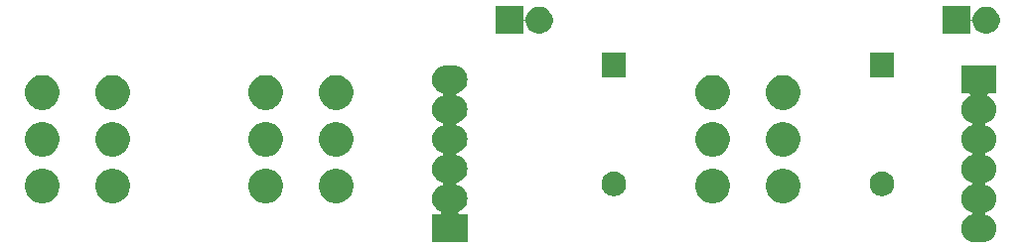
<source format=gbr>
G04 #@! TF.GenerationSoftware,KiCad,Pcbnew,(5.1.6-0-10_14)*
G04 #@! TF.CreationDate,2020-11-10T23:17:56+01:00*
G04 #@! TF.ProjectId,Switch Board,53776974-6368-4204-926f-6172642e6b69,1.0*
G04 #@! TF.SameCoordinates,Original*
G04 #@! TF.FileFunction,Soldermask,Bot*
G04 #@! TF.FilePolarity,Negative*
%FSLAX46Y46*%
G04 Gerber Fmt 4.6, Leading zero omitted, Abs format (unit mm)*
G04 Created by KiCad (PCBNEW (5.1.6-0-10_14)) date 2020-11-10 23:17:56*
%MOMM*%
%LPD*%
G01*
G04 APERTURE LIST*
%ADD10C,0.100000*%
G04 APERTURE END LIST*
D10*
G36*
X182475000Y-111690000D02*
G01*
X181812686Y-111690000D01*
X181788300Y-111692402D01*
X181764851Y-111699515D01*
X181743240Y-111711066D01*
X181724298Y-111726611D01*
X181708753Y-111745553D01*
X181697202Y-111767164D01*
X181690089Y-111790613D01*
X181687687Y-111814999D01*
X181690089Y-111839385D01*
X181697202Y-111862834D01*
X181708753Y-111884445D01*
X181724298Y-111903387D01*
X181743240Y-111918932D01*
X181753762Y-111925238D01*
X181944910Y-112027408D01*
X182127634Y-112177366D01*
X182277592Y-112360090D01*
X182389018Y-112568555D01*
X182389019Y-112568558D01*
X182457637Y-112794759D01*
X182480806Y-113030000D01*
X182457637Y-113265241D01*
X182389019Y-113491442D01*
X182389018Y-113491445D01*
X182277592Y-113699910D01*
X182127634Y-113882634D01*
X181944910Y-114032592D01*
X181736445Y-114144018D01*
X181736442Y-114144019D01*
X181616563Y-114180384D01*
X181593927Y-114189761D01*
X181573552Y-114203374D01*
X181556225Y-114220701D01*
X181542612Y-114241076D01*
X181533234Y-114263715D01*
X181528454Y-114287748D01*
X181528454Y-114312252D01*
X181533234Y-114336285D01*
X181542612Y-114358924D01*
X181556225Y-114379299D01*
X181573552Y-114396626D01*
X181593927Y-114410239D01*
X181616563Y-114419616D01*
X181736442Y-114455981D01*
X181736445Y-114455982D01*
X181944910Y-114567408D01*
X182127634Y-114717366D01*
X182277592Y-114900090D01*
X182389018Y-115108555D01*
X182389019Y-115108558D01*
X182457637Y-115334759D01*
X182480806Y-115570000D01*
X182457637Y-115805241D01*
X182398926Y-115998782D01*
X182389018Y-116031445D01*
X182277592Y-116239910D01*
X182127634Y-116422634D01*
X181944910Y-116572592D01*
X181736445Y-116684018D01*
X181736442Y-116684019D01*
X181616563Y-116720384D01*
X181593927Y-116729761D01*
X181573552Y-116743374D01*
X181556225Y-116760701D01*
X181542612Y-116781076D01*
X181533234Y-116803715D01*
X181528454Y-116827748D01*
X181528454Y-116852252D01*
X181533234Y-116876285D01*
X181542612Y-116898924D01*
X181556225Y-116919299D01*
X181573552Y-116936626D01*
X181593927Y-116950239D01*
X181616563Y-116959616D01*
X181736442Y-116995981D01*
X181736445Y-116995982D01*
X181944910Y-117107408D01*
X182127634Y-117257366D01*
X182277592Y-117440090D01*
X182389018Y-117648555D01*
X182389019Y-117648558D01*
X182457637Y-117874759D01*
X182480806Y-118110000D01*
X182457637Y-118345241D01*
X182391064Y-118564699D01*
X182389018Y-118571445D01*
X182277592Y-118779910D01*
X182127634Y-118962634D01*
X181944910Y-119112592D01*
X181736445Y-119224018D01*
X181736442Y-119224019D01*
X181616563Y-119260384D01*
X181593927Y-119269761D01*
X181573552Y-119283374D01*
X181556225Y-119300701D01*
X181542612Y-119321076D01*
X181533234Y-119343715D01*
X181528454Y-119367748D01*
X181528454Y-119392252D01*
X181533234Y-119416285D01*
X181542612Y-119438924D01*
X181556225Y-119459299D01*
X181573552Y-119476626D01*
X181593927Y-119490239D01*
X181616563Y-119499616D01*
X181736442Y-119535981D01*
X181736445Y-119535982D01*
X181944910Y-119647408D01*
X182127634Y-119797366D01*
X182277592Y-119980090D01*
X182389018Y-120188555D01*
X182389019Y-120188558D01*
X182457637Y-120414759D01*
X182480806Y-120650000D01*
X182457637Y-120885241D01*
X182389019Y-121111442D01*
X182389018Y-121111445D01*
X182277592Y-121319910D01*
X182127634Y-121502634D01*
X181944910Y-121652592D01*
X181736445Y-121764018D01*
X181736442Y-121764019D01*
X181616563Y-121800384D01*
X181593927Y-121809761D01*
X181573552Y-121823374D01*
X181556225Y-121840701D01*
X181542612Y-121861076D01*
X181533234Y-121883715D01*
X181528454Y-121907748D01*
X181528454Y-121932252D01*
X181533234Y-121956285D01*
X181542612Y-121978924D01*
X181556225Y-121999299D01*
X181573552Y-122016626D01*
X181593927Y-122030239D01*
X181616563Y-122039616D01*
X181736442Y-122075981D01*
X181736445Y-122075982D01*
X181944910Y-122187408D01*
X182127634Y-122337366D01*
X182277592Y-122520090D01*
X182389018Y-122728555D01*
X182389019Y-122728558D01*
X182457637Y-122954759D01*
X182480806Y-123190000D01*
X182457637Y-123425241D01*
X182389019Y-123651442D01*
X182389018Y-123651445D01*
X182277592Y-123859910D01*
X182127634Y-124042634D01*
X181944910Y-124192592D01*
X181736445Y-124304018D01*
X181736442Y-124304019D01*
X181510241Y-124372637D01*
X181392714Y-124384212D01*
X181333951Y-124390000D01*
X180616049Y-124390000D01*
X180557286Y-124384212D01*
X180439759Y-124372637D01*
X180213558Y-124304019D01*
X180213555Y-124304018D01*
X180005090Y-124192592D01*
X179822366Y-124042634D01*
X179672408Y-123859910D01*
X179560982Y-123651445D01*
X179560981Y-123651442D01*
X179492363Y-123425241D01*
X179469194Y-123190000D01*
X179492363Y-122954759D01*
X179560981Y-122728558D01*
X179560982Y-122728555D01*
X179672408Y-122520090D01*
X179822366Y-122337366D01*
X180005090Y-122187408D01*
X180213555Y-122075982D01*
X180213558Y-122075981D01*
X180333437Y-122039616D01*
X180356073Y-122030239D01*
X180376448Y-122016626D01*
X180393775Y-121999299D01*
X180407388Y-121978924D01*
X180416766Y-121956285D01*
X180421546Y-121932252D01*
X180421546Y-121907748D01*
X180416766Y-121883715D01*
X180407388Y-121861076D01*
X180393775Y-121840701D01*
X180376448Y-121823374D01*
X180356073Y-121809761D01*
X180333437Y-121800384D01*
X180213558Y-121764019D01*
X180213555Y-121764018D01*
X180005090Y-121652592D01*
X179822366Y-121502634D01*
X179672408Y-121319910D01*
X179560982Y-121111445D01*
X179560981Y-121111442D01*
X179492363Y-120885241D01*
X179469194Y-120650000D01*
X179492363Y-120414759D01*
X179560981Y-120188558D01*
X179560982Y-120188555D01*
X179672408Y-119980090D01*
X179822366Y-119797366D01*
X180005090Y-119647408D01*
X180213555Y-119535982D01*
X180213558Y-119535981D01*
X180333437Y-119499616D01*
X180356073Y-119490239D01*
X180376448Y-119476626D01*
X180393775Y-119459299D01*
X180407388Y-119438924D01*
X180416766Y-119416285D01*
X180421546Y-119392252D01*
X180421546Y-119367748D01*
X180416766Y-119343715D01*
X180407388Y-119321076D01*
X180393775Y-119300701D01*
X180376448Y-119283374D01*
X180356073Y-119269761D01*
X180333437Y-119260384D01*
X180213558Y-119224019D01*
X180213555Y-119224018D01*
X180005090Y-119112592D01*
X179822366Y-118962634D01*
X179672408Y-118779910D01*
X179560982Y-118571445D01*
X179558936Y-118564699D01*
X179492363Y-118345241D01*
X179469194Y-118110000D01*
X179492363Y-117874759D01*
X179560981Y-117648558D01*
X179560982Y-117648555D01*
X179672408Y-117440090D01*
X179822366Y-117257366D01*
X180005090Y-117107408D01*
X180213555Y-116995982D01*
X180213558Y-116995981D01*
X180333437Y-116959616D01*
X180356073Y-116950239D01*
X180376448Y-116936626D01*
X180393775Y-116919299D01*
X180407388Y-116898924D01*
X180416766Y-116876285D01*
X180421546Y-116852252D01*
X180421546Y-116827748D01*
X180416766Y-116803715D01*
X180407388Y-116781076D01*
X180393775Y-116760701D01*
X180376448Y-116743374D01*
X180356073Y-116729761D01*
X180333437Y-116720384D01*
X180213558Y-116684019D01*
X180213555Y-116684018D01*
X180005090Y-116572592D01*
X179822366Y-116422634D01*
X179672408Y-116239910D01*
X179560982Y-116031445D01*
X179551074Y-115998782D01*
X179492363Y-115805241D01*
X179469194Y-115570000D01*
X179492363Y-115334759D01*
X179560981Y-115108558D01*
X179560982Y-115108555D01*
X179672408Y-114900090D01*
X179822366Y-114717366D01*
X180005090Y-114567408D01*
X180213555Y-114455982D01*
X180213558Y-114455981D01*
X180333437Y-114419616D01*
X180356073Y-114410239D01*
X180376448Y-114396626D01*
X180393775Y-114379299D01*
X180407388Y-114358924D01*
X180416766Y-114336285D01*
X180421546Y-114312252D01*
X180421546Y-114287748D01*
X180416766Y-114263715D01*
X180407388Y-114241076D01*
X180393775Y-114220701D01*
X180376448Y-114203374D01*
X180356073Y-114189761D01*
X180333437Y-114180384D01*
X180213558Y-114144019D01*
X180213555Y-114144018D01*
X180005090Y-114032592D01*
X179822366Y-113882634D01*
X179672408Y-113699910D01*
X179560982Y-113491445D01*
X179560981Y-113491442D01*
X179492363Y-113265241D01*
X179469194Y-113030000D01*
X179492363Y-112794759D01*
X179560981Y-112568558D01*
X179560982Y-112568555D01*
X179672408Y-112360090D01*
X179822366Y-112177366D01*
X180005090Y-112027408D01*
X180196238Y-111925238D01*
X180216612Y-111911625D01*
X180233939Y-111894298D01*
X180247553Y-111873923D01*
X180256931Y-111851285D01*
X180261711Y-111827251D01*
X180261711Y-111802747D01*
X180256931Y-111778714D01*
X180247553Y-111756075D01*
X180233940Y-111735701D01*
X180216613Y-111718374D01*
X180196238Y-111704760D01*
X180173600Y-111695382D01*
X180149566Y-111690602D01*
X180137314Y-111690000D01*
X179475000Y-111690000D01*
X179475000Y-109290000D01*
X182475000Y-109290000D01*
X182475000Y-111690000D01*
G37*
G36*
X136307714Y-109295788D02*
G01*
X136425241Y-109307363D01*
X136651442Y-109375981D01*
X136651445Y-109375982D01*
X136859910Y-109487408D01*
X137042634Y-109637366D01*
X137192592Y-109820090D01*
X137304018Y-110028555D01*
X137304019Y-110028558D01*
X137372637Y-110254759D01*
X137395806Y-110490000D01*
X137372637Y-110725241D01*
X137304019Y-110951442D01*
X137304018Y-110951445D01*
X137192592Y-111159910D01*
X137042634Y-111342634D01*
X136859910Y-111492592D01*
X136651445Y-111604018D01*
X136651442Y-111604019D01*
X136531563Y-111640384D01*
X136508927Y-111649761D01*
X136488552Y-111663374D01*
X136471225Y-111680701D01*
X136457612Y-111701076D01*
X136448234Y-111723715D01*
X136443454Y-111747748D01*
X136443454Y-111772252D01*
X136448234Y-111796285D01*
X136457612Y-111818924D01*
X136471225Y-111839299D01*
X136488552Y-111856626D01*
X136508927Y-111870239D01*
X136531563Y-111879616D01*
X136637082Y-111911625D01*
X136651445Y-111915982D01*
X136859910Y-112027408D01*
X137042634Y-112177366D01*
X137192592Y-112360090D01*
X137304018Y-112568555D01*
X137304019Y-112568558D01*
X137372637Y-112794759D01*
X137395806Y-113030000D01*
X137372637Y-113265241D01*
X137304019Y-113491442D01*
X137304018Y-113491445D01*
X137192592Y-113699910D01*
X137042634Y-113882634D01*
X136859910Y-114032592D01*
X136651445Y-114144018D01*
X136651442Y-114144019D01*
X136531563Y-114180384D01*
X136508927Y-114189761D01*
X136488552Y-114203374D01*
X136471225Y-114220701D01*
X136457612Y-114241076D01*
X136448234Y-114263715D01*
X136443454Y-114287748D01*
X136443454Y-114312252D01*
X136448234Y-114336285D01*
X136457612Y-114358924D01*
X136471225Y-114379299D01*
X136488552Y-114396626D01*
X136508927Y-114410239D01*
X136531563Y-114419616D01*
X136651442Y-114455981D01*
X136651445Y-114455982D01*
X136859910Y-114567408D01*
X137042634Y-114717366D01*
X137192592Y-114900090D01*
X137304018Y-115108555D01*
X137304019Y-115108558D01*
X137372637Y-115334759D01*
X137395806Y-115570000D01*
X137372637Y-115805241D01*
X137313926Y-115998782D01*
X137304018Y-116031445D01*
X137192592Y-116239910D01*
X137042634Y-116422634D01*
X136859910Y-116572592D01*
X136651445Y-116684018D01*
X136651442Y-116684019D01*
X136531563Y-116720384D01*
X136508927Y-116729761D01*
X136488552Y-116743374D01*
X136471225Y-116760701D01*
X136457612Y-116781076D01*
X136448234Y-116803715D01*
X136443454Y-116827748D01*
X136443454Y-116852252D01*
X136448234Y-116876285D01*
X136457612Y-116898924D01*
X136471225Y-116919299D01*
X136488552Y-116936626D01*
X136508927Y-116950239D01*
X136531563Y-116959616D01*
X136651442Y-116995981D01*
X136651445Y-116995982D01*
X136859910Y-117107408D01*
X137042634Y-117257366D01*
X137192592Y-117440090D01*
X137304018Y-117648555D01*
X137304019Y-117648558D01*
X137372637Y-117874759D01*
X137395806Y-118110000D01*
X137372637Y-118345241D01*
X137306064Y-118564699D01*
X137304018Y-118571445D01*
X137192592Y-118779910D01*
X137042634Y-118962634D01*
X136859910Y-119112592D01*
X136651445Y-119224018D01*
X136651442Y-119224019D01*
X136531563Y-119260384D01*
X136508927Y-119269761D01*
X136488552Y-119283374D01*
X136471225Y-119300701D01*
X136457612Y-119321076D01*
X136448234Y-119343715D01*
X136443454Y-119367748D01*
X136443454Y-119392252D01*
X136448234Y-119416285D01*
X136457612Y-119438924D01*
X136471225Y-119459299D01*
X136488552Y-119476626D01*
X136508927Y-119490239D01*
X136531563Y-119499616D01*
X136651442Y-119535981D01*
X136651445Y-119535982D01*
X136859910Y-119647408D01*
X137042634Y-119797366D01*
X137192592Y-119980090D01*
X137304018Y-120188555D01*
X137304019Y-120188558D01*
X137372637Y-120414759D01*
X137395806Y-120650000D01*
X137372637Y-120885241D01*
X137304019Y-121111442D01*
X137304018Y-121111445D01*
X137192592Y-121319910D01*
X137042634Y-121502634D01*
X136859910Y-121652592D01*
X136668762Y-121754762D01*
X136648388Y-121768375D01*
X136631061Y-121785702D01*
X136617447Y-121806077D01*
X136608069Y-121828715D01*
X136603289Y-121852749D01*
X136603289Y-121877253D01*
X136608069Y-121901286D01*
X136617447Y-121923925D01*
X136631060Y-121944299D01*
X136648387Y-121961626D01*
X136668762Y-121975240D01*
X136691400Y-121984618D01*
X136715434Y-121989398D01*
X136727686Y-121990000D01*
X137390000Y-121990000D01*
X137390000Y-124390000D01*
X134390000Y-124390000D01*
X134390000Y-121990000D01*
X135052314Y-121990000D01*
X135076700Y-121987598D01*
X135100149Y-121980485D01*
X135121760Y-121968934D01*
X135140702Y-121953389D01*
X135156247Y-121934447D01*
X135167798Y-121912836D01*
X135174911Y-121889387D01*
X135177313Y-121865001D01*
X135174911Y-121840615D01*
X135167798Y-121817166D01*
X135156247Y-121795555D01*
X135140702Y-121776613D01*
X135121760Y-121761068D01*
X135111238Y-121754762D01*
X134920090Y-121652592D01*
X134737366Y-121502634D01*
X134587408Y-121319910D01*
X134475982Y-121111445D01*
X134475981Y-121111442D01*
X134407363Y-120885241D01*
X134384194Y-120650000D01*
X134407363Y-120414759D01*
X134475981Y-120188558D01*
X134475982Y-120188555D01*
X134587408Y-119980090D01*
X134737366Y-119797366D01*
X134920090Y-119647408D01*
X135128555Y-119535982D01*
X135128558Y-119535981D01*
X135248437Y-119499616D01*
X135271073Y-119490239D01*
X135291448Y-119476626D01*
X135308775Y-119459299D01*
X135322388Y-119438924D01*
X135331766Y-119416285D01*
X135336546Y-119392252D01*
X135336546Y-119367748D01*
X135331766Y-119343715D01*
X135322388Y-119321076D01*
X135308775Y-119300701D01*
X135291448Y-119283374D01*
X135271073Y-119269761D01*
X135248437Y-119260384D01*
X135128558Y-119224019D01*
X135128555Y-119224018D01*
X134920090Y-119112592D01*
X134737366Y-118962634D01*
X134587408Y-118779910D01*
X134475982Y-118571445D01*
X134473936Y-118564699D01*
X134407363Y-118345241D01*
X134384194Y-118110000D01*
X134407363Y-117874759D01*
X134475981Y-117648558D01*
X134475982Y-117648555D01*
X134587408Y-117440090D01*
X134737366Y-117257366D01*
X134920090Y-117107408D01*
X135128555Y-116995982D01*
X135128558Y-116995981D01*
X135248437Y-116959616D01*
X135271073Y-116950239D01*
X135291448Y-116936626D01*
X135308775Y-116919299D01*
X135322388Y-116898924D01*
X135331766Y-116876285D01*
X135336546Y-116852252D01*
X135336546Y-116827748D01*
X135331766Y-116803715D01*
X135322388Y-116781076D01*
X135308775Y-116760701D01*
X135291448Y-116743374D01*
X135271073Y-116729761D01*
X135248437Y-116720384D01*
X135128558Y-116684019D01*
X135128555Y-116684018D01*
X134920090Y-116572592D01*
X134737366Y-116422634D01*
X134587408Y-116239910D01*
X134475982Y-116031445D01*
X134466074Y-115998782D01*
X134407363Y-115805241D01*
X134384194Y-115570000D01*
X134407363Y-115334759D01*
X134475981Y-115108558D01*
X134475982Y-115108555D01*
X134587408Y-114900090D01*
X134737366Y-114717366D01*
X134920090Y-114567408D01*
X135128555Y-114455982D01*
X135128558Y-114455981D01*
X135248437Y-114419616D01*
X135271073Y-114410239D01*
X135291448Y-114396626D01*
X135308775Y-114379299D01*
X135322388Y-114358924D01*
X135331766Y-114336285D01*
X135336546Y-114312252D01*
X135336546Y-114287748D01*
X135331766Y-114263715D01*
X135322388Y-114241076D01*
X135308775Y-114220701D01*
X135291448Y-114203374D01*
X135271073Y-114189761D01*
X135248437Y-114180384D01*
X135128558Y-114144019D01*
X135128555Y-114144018D01*
X134920090Y-114032592D01*
X134737366Y-113882634D01*
X134587408Y-113699910D01*
X134475982Y-113491445D01*
X134475981Y-113491442D01*
X134407363Y-113265241D01*
X134384194Y-113030000D01*
X134407363Y-112794759D01*
X134475981Y-112568558D01*
X134475982Y-112568555D01*
X134587408Y-112360090D01*
X134737366Y-112177366D01*
X134920090Y-112027408D01*
X135128555Y-111915982D01*
X135142918Y-111911625D01*
X135248437Y-111879616D01*
X135271073Y-111870239D01*
X135291448Y-111856626D01*
X135308775Y-111839299D01*
X135322388Y-111818924D01*
X135331766Y-111796285D01*
X135336546Y-111772252D01*
X135336546Y-111747748D01*
X135331766Y-111723715D01*
X135322388Y-111701076D01*
X135308775Y-111680701D01*
X135291448Y-111663374D01*
X135271073Y-111649761D01*
X135248437Y-111640384D01*
X135128558Y-111604019D01*
X135128555Y-111604018D01*
X134920090Y-111492592D01*
X134737366Y-111342634D01*
X134587408Y-111159910D01*
X134475982Y-110951445D01*
X134475981Y-110951442D01*
X134407363Y-110725241D01*
X134384194Y-110490000D01*
X134407363Y-110254759D01*
X134475981Y-110028558D01*
X134475982Y-110028555D01*
X134587408Y-109820090D01*
X134737366Y-109637366D01*
X134920090Y-109487408D01*
X135128555Y-109375982D01*
X135128558Y-109375981D01*
X135354759Y-109307363D01*
X135472286Y-109295788D01*
X135531049Y-109290000D01*
X136248951Y-109290000D01*
X136307714Y-109295788D01*
G37*
G36*
X107565982Y-118144290D02*
G01*
X107833505Y-118255102D01*
X107833506Y-118255103D01*
X108074271Y-118415976D01*
X108279024Y-118620729D01*
X108339274Y-118710900D01*
X108439898Y-118861495D01*
X108550710Y-119129018D01*
X108607200Y-119413016D01*
X108607200Y-119702584D01*
X108550710Y-119986582D01*
X108439898Y-120254105D01*
X108386516Y-120333997D01*
X108279024Y-120494871D01*
X108074271Y-120699624D01*
X107913397Y-120807116D01*
X107833505Y-120860498D01*
X107565982Y-120971310D01*
X107281984Y-121027800D01*
X106992416Y-121027800D01*
X106708418Y-120971310D01*
X106440895Y-120860498D01*
X106361003Y-120807116D01*
X106200129Y-120699624D01*
X105995376Y-120494871D01*
X105887884Y-120333997D01*
X105834502Y-120254105D01*
X105723690Y-119986582D01*
X105667200Y-119702584D01*
X105667200Y-119413016D01*
X105723690Y-119129018D01*
X105834502Y-118861495D01*
X105935126Y-118710900D01*
X105995376Y-118620729D01*
X106200129Y-118415976D01*
X106440894Y-118255103D01*
X106440895Y-118255102D01*
X106708418Y-118144290D01*
X106992416Y-118087800D01*
X107281984Y-118087800D01*
X107565982Y-118144290D01*
G37*
G36*
X101571582Y-118144290D02*
G01*
X101839105Y-118255102D01*
X101839106Y-118255103D01*
X102079871Y-118415976D01*
X102284624Y-118620729D01*
X102344874Y-118710900D01*
X102445498Y-118861495D01*
X102556310Y-119129018D01*
X102612800Y-119413016D01*
X102612800Y-119702584D01*
X102556310Y-119986582D01*
X102445498Y-120254105D01*
X102392116Y-120333997D01*
X102284624Y-120494871D01*
X102079871Y-120699624D01*
X101918997Y-120807116D01*
X101839105Y-120860498D01*
X101571582Y-120971310D01*
X101287584Y-121027800D01*
X100998016Y-121027800D01*
X100714018Y-120971310D01*
X100446495Y-120860498D01*
X100366603Y-120807116D01*
X100205729Y-120699624D01*
X100000976Y-120494871D01*
X99893484Y-120333997D01*
X99840102Y-120254105D01*
X99729290Y-119986582D01*
X99672800Y-119702584D01*
X99672800Y-119413016D01*
X99729290Y-119129018D01*
X99840102Y-118861495D01*
X99940726Y-118710900D01*
X100000976Y-118620729D01*
X100205729Y-118415976D01*
X100446494Y-118255103D01*
X100446495Y-118255102D01*
X100714018Y-118144290D01*
X100998016Y-118087800D01*
X101287584Y-118087800D01*
X101571582Y-118144290D01*
G37*
G36*
X158721582Y-118144290D02*
G01*
X158989105Y-118255102D01*
X158989106Y-118255103D01*
X159229871Y-118415976D01*
X159434624Y-118620729D01*
X159494874Y-118710900D01*
X159595498Y-118861495D01*
X159706310Y-119129018D01*
X159762800Y-119413016D01*
X159762800Y-119702584D01*
X159706310Y-119986582D01*
X159595498Y-120254105D01*
X159542116Y-120333997D01*
X159434624Y-120494871D01*
X159229871Y-120699624D01*
X159068997Y-120807116D01*
X158989105Y-120860498D01*
X158721582Y-120971310D01*
X158437584Y-121027800D01*
X158148016Y-121027800D01*
X157864018Y-120971310D01*
X157596495Y-120860498D01*
X157516603Y-120807116D01*
X157355729Y-120699624D01*
X157150976Y-120494871D01*
X157043484Y-120333997D01*
X156990102Y-120254105D01*
X156879290Y-119986582D01*
X156822800Y-119702584D01*
X156822800Y-119413016D01*
X156879290Y-119129018D01*
X156990102Y-118861495D01*
X157090726Y-118710900D01*
X157150976Y-118620729D01*
X157355729Y-118415976D01*
X157596494Y-118255103D01*
X157596495Y-118255102D01*
X157864018Y-118144290D01*
X158148016Y-118087800D01*
X158437584Y-118087800D01*
X158721582Y-118144290D01*
G37*
G36*
X126615982Y-118144290D02*
G01*
X126883505Y-118255102D01*
X126883506Y-118255103D01*
X127124271Y-118415976D01*
X127329024Y-118620729D01*
X127389274Y-118710900D01*
X127489898Y-118861495D01*
X127600710Y-119129018D01*
X127657200Y-119413016D01*
X127657200Y-119702584D01*
X127600710Y-119986582D01*
X127489898Y-120254105D01*
X127436516Y-120333997D01*
X127329024Y-120494871D01*
X127124271Y-120699624D01*
X126963397Y-120807116D01*
X126883505Y-120860498D01*
X126615982Y-120971310D01*
X126331984Y-121027800D01*
X126042416Y-121027800D01*
X125758418Y-120971310D01*
X125490895Y-120860498D01*
X125411003Y-120807116D01*
X125250129Y-120699624D01*
X125045376Y-120494871D01*
X124937884Y-120333997D01*
X124884502Y-120254105D01*
X124773690Y-119986582D01*
X124717200Y-119702584D01*
X124717200Y-119413016D01*
X124773690Y-119129018D01*
X124884502Y-118861495D01*
X124985126Y-118710900D01*
X125045376Y-118620729D01*
X125250129Y-118415976D01*
X125490894Y-118255103D01*
X125490895Y-118255102D01*
X125758418Y-118144290D01*
X126042416Y-118087800D01*
X126331984Y-118087800D01*
X126615982Y-118144290D01*
G37*
G36*
X120621582Y-118144290D02*
G01*
X120889105Y-118255102D01*
X120889106Y-118255103D01*
X121129871Y-118415976D01*
X121334624Y-118620729D01*
X121394874Y-118710900D01*
X121495498Y-118861495D01*
X121606310Y-119129018D01*
X121662800Y-119413016D01*
X121662800Y-119702584D01*
X121606310Y-119986582D01*
X121495498Y-120254105D01*
X121442116Y-120333997D01*
X121334624Y-120494871D01*
X121129871Y-120699624D01*
X120968997Y-120807116D01*
X120889105Y-120860498D01*
X120621582Y-120971310D01*
X120337584Y-121027800D01*
X120048016Y-121027800D01*
X119764018Y-120971310D01*
X119496495Y-120860498D01*
X119416603Y-120807116D01*
X119255729Y-120699624D01*
X119050976Y-120494871D01*
X118943484Y-120333997D01*
X118890102Y-120254105D01*
X118779290Y-119986582D01*
X118722800Y-119702584D01*
X118722800Y-119413016D01*
X118779290Y-119129018D01*
X118890102Y-118861495D01*
X118990726Y-118710900D01*
X119050976Y-118620729D01*
X119255729Y-118415976D01*
X119496494Y-118255103D01*
X119496495Y-118255102D01*
X119764018Y-118144290D01*
X120048016Y-118087800D01*
X120337584Y-118087800D01*
X120621582Y-118144290D01*
G37*
G36*
X164715982Y-118144290D02*
G01*
X164983505Y-118255102D01*
X164983506Y-118255103D01*
X165224271Y-118415976D01*
X165429024Y-118620729D01*
X165489274Y-118710900D01*
X165589898Y-118861495D01*
X165700710Y-119129018D01*
X165757200Y-119413016D01*
X165757200Y-119702584D01*
X165700710Y-119986582D01*
X165589898Y-120254105D01*
X165536516Y-120333997D01*
X165429024Y-120494871D01*
X165224271Y-120699624D01*
X165063397Y-120807116D01*
X164983505Y-120860498D01*
X164715982Y-120971310D01*
X164431984Y-121027800D01*
X164142416Y-121027800D01*
X163858418Y-120971310D01*
X163590895Y-120860498D01*
X163511003Y-120807116D01*
X163350129Y-120699624D01*
X163145376Y-120494871D01*
X163037884Y-120333997D01*
X162984502Y-120254105D01*
X162873690Y-119986582D01*
X162817200Y-119702584D01*
X162817200Y-119413016D01*
X162873690Y-119129018D01*
X162984502Y-118861495D01*
X163085126Y-118710900D01*
X163145376Y-118620729D01*
X163350129Y-118415976D01*
X163590894Y-118255103D01*
X163590895Y-118255102D01*
X163858418Y-118144290D01*
X164142416Y-118087800D01*
X164431984Y-118087800D01*
X164715982Y-118144290D01*
G37*
G36*
X150037910Y-118345239D02*
G01*
X150173786Y-118372266D01*
X150252909Y-118405040D01*
X150364805Y-118451389D01*
X150536720Y-118566259D01*
X150682921Y-118712460D01*
X150797791Y-118884375D01*
X150830207Y-118962634D01*
X150876268Y-119073834D01*
X150876914Y-119075395D01*
X150917250Y-119278179D01*
X150917250Y-119484941D01*
X150907097Y-119535982D01*
X150876914Y-119687726D01*
X150844140Y-119766849D01*
X150797791Y-119878745D01*
X150682921Y-120050660D01*
X150536720Y-120196861D01*
X150364805Y-120311731D01*
X150252909Y-120358080D01*
X150173786Y-120390854D01*
X150072393Y-120411022D01*
X149971001Y-120431190D01*
X149764239Y-120431190D01*
X149662847Y-120411022D01*
X149561454Y-120390854D01*
X149482331Y-120358080D01*
X149370435Y-120311731D01*
X149198520Y-120196861D01*
X149052319Y-120050660D01*
X148937449Y-119878745D01*
X148891100Y-119766849D01*
X148858326Y-119687726D01*
X148828143Y-119535982D01*
X148817990Y-119484941D01*
X148817990Y-119278179D01*
X148858326Y-119075395D01*
X148858973Y-119073834D01*
X148905033Y-118962634D01*
X148937449Y-118884375D01*
X149052319Y-118712460D01*
X149198520Y-118566259D01*
X149370435Y-118451389D01*
X149482331Y-118405040D01*
X149561454Y-118372266D01*
X149697330Y-118345239D01*
X149764239Y-118331930D01*
X149971001Y-118331930D01*
X150037910Y-118345239D01*
G37*
G36*
X172898133Y-118345239D02*
G01*
X173026166Y-118370706D01*
X173105289Y-118403480D01*
X173217185Y-118449829D01*
X173389100Y-118564699D01*
X173535301Y-118710900D01*
X173650171Y-118882815D01*
X173650817Y-118884375D01*
X173729294Y-119073834D01*
X173769630Y-119276620D01*
X173769630Y-119483380D01*
X173729294Y-119686166D01*
X173722494Y-119702582D01*
X173650171Y-119877185D01*
X173535301Y-120049100D01*
X173389100Y-120195301D01*
X173217185Y-120310171D01*
X173105289Y-120356520D01*
X173026166Y-120389294D01*
X172924773Y-120409462D01*
X172823381Y-120429630D01*
X172616619Y-120429630D01*
X172515227Y-120409462D01*
X172413834Y-120389294D01*
X172334711Y-120356520D01*
X172222815Y-120310171D01*
X172050900Y-120195301D01*
X171904699Y-120049100D01*
X171789829Y-119877185D01*
X171717506Y-119702582D01*
X171710706Y-119686166D01*
X171670370Y-119483380D01*
X171670370Y-119276620D01*
X171710706Y-119073834D01*
X171789183Y-118884375D01*
X171789829Y-118882815D01*
X171904699Y-118710900D01*
X172050900Y-118564699D01*
X172222815Y-118449829D01*
X172334711Y-118403480D01*
X172413834Y-118370706D01*
X172541867Y-118345239D01*
X172616619Y-118330370D01*
X172823381Y-118330370D01*
X172898133Y-118345239D01*
G37*
G36*
X101571582Y-114156490D02*
G01*
X101839105Y-114267302D01*
X101906377Y-114312252D01*
X102079871Y-114428176D01*
X102284624Y-114632929D01*
X102392116Y-114793803D01*
X102445498Y-114873695D01*
X102556310Y-115141218D01*
X102612800Y-115425216D01*
X102612800Y-115714784D01*
X102556310Y-115998782D01*
X102445498Y-116266305D01*
X102445497Y-116266306D01*
X102284624Y-116507071D01*
X102079871Y-116711824D01*
X101918997Y-116819316D01*
X101839105Y-116872698D01*
X101571582Y-116983510D01*
X101287584Y-117040000D01*
X100998016Y-117040000D01*
X100714018Y-116983510D01*
X100446495Y-116872698D01*
X100366603Y-116819316D01*
X100205729Y-116711824D01*
X100000976Y-116507071D01*
X99840103Y-116266306D01*
X99840102Y-116266305D01*
X99729290Y-115998782D01*
X99672800Y-115714784D01*
X99672800Y-115425216D01*
X99729290Y-115141218D01*
X99840102Y-114873695D01*
X99893484Y-114793803D01*
X100000976Y-114632929D01*
X100205729Y-114428176D01*
X100379223Y-114312252D01*
X100446495Y-114267302D01*
X100714018Y-114156490D01*
X100998016Y-114100000D01*
X101287584Y-114100000D01*
X101571582Y-114156490D01*
G37*
G36*
X126615982Y-114156490D02*
G01*
X126883505Y-114267302D01*
X126950777Y-114312252D01*
X127124271Y-114428176D01*
X127329024Y-114632929D01*
X127436516Y-114793803D01*
X127489898Y-114873695D01*
X127600710Y-115141218D01*
X127657200Y-115425216D01*
X127657200Y-115714784D01*
X127600710Y-115998782D01*
X127489898Y-116266305D01*
X127489897Y-116266306D01*
X127329024Y-116507071D01*
X127124271Y-116711824D01*
X126963397Y-116819316D01*
X126883505Y-116872698D01*
X126615982Y-116983510D01*
X126331984Y-117040000D01*
X126042416Y-117040000D01*
X125758418Y-116983510D01*
X125490895Y-116872698D01*
X125411003Y-116819316D01*
X125250129Y-116711824D01*
X125045376Y-116507071D01*
X124884503Y-116266306D01*
X124884502Y-116266305D01*
X124773690Y-115998782D01*
X124717200Y-115714784D01*
X124717200Y-115425216D01*
X124773690Y-115141218D01*
X124884502Y-114873695D01*
X124937884Y-114793803D01*
X125045376Y-114632929D01*
X125250129Y-114428176D01*
X125423623Y-114312252D01*
X125490895Y-114267302D01*
X125758418Y-114156490D01*
X126042416Y-114100000D01*
X126331984Y-114100000D01*
X126615982Y-114156490D01*
G37*
G36*
X107565982Y-114156490D02*
G01*
X107833505Y-114267302D01*
X107900777Y-114312252D01*
X108074271Y-114428176D01*
X108279024Y-114632929D01*
X108386516Y-114793803D01*
X108439898Y-114873695D01*
X108550710Y-115141218D01*
X108607200Y-115425216D01*
X108607200Y-115714784D01*
X108550710Y-115998782D01*
X108439898Y-116266305D01*
X108439897Y-116266306D01*
X108279024Y-116507071D01*
X108074271Y-116711824D01*
X107913397Y-116819316D01*
X107833505Y-116872698D01*
X107565982Y-116983510D01*
X107281984Y-117040000D01*
X106992416Y-117040000D01*
X106708418Y-116983510D01*
X106440895Y-116872698D01*
X106361003Y-116819316D01*
X106200129Y-116711824D01*
X105995376Y-116507071D01*
X105834503Y-116266306D01*
X105834502Y-116266305D01*
X105723690Y-115998782D01*
X105667200Y-115714784D01*
X105667200Y-115425216D01*
X105723690Y-115141218D01*
X105834502Y-114873695D01*
X105887884Y-114793803D01*
X105995376Y-114632929D01*
X106200129Y-114428176D01*
X106373623Y-114312252D01*
X106440895Y-114267302D01*
X106708418Y-114156490D01*
X106992416Y-114100000D01*
X107281984Y-114100000D01*
X107565982Y-114156490D01*
G37*
G36*
X120621582Y-114156490D02*
G01*
X120889105Y-114267302D01*
X120956377Y-114312252D01*
X121129871Y-114428176D01*
X121334624Y-114632929D01*
X121442116Y-114793803D01*
X121495498Y-114873695D01*
X121606310Y-115141218D01*
X121662800Y-115425216D01*
X121662800Y-115714784D01*
X121606310Y-115998782D01*
X121495498Y-116266305D01*
X121495497Y-116266306D01*
X121334624Y-116507071D01*
X121129871Y-116711824D01*
X120968997Y-116819316D01*
X120889105Y-116872698D01*
X120621582Y-116983510D01*
X120337584Y-117040000D01*
X120048016Y-117040000D01*
X119764018Y-116983510D01*
X119496495Y-116872698D01*
X119416603Y-116819316D01*
X119255729Y-116711824D01*
X119050976Y-116507071D01*
X118890103Y-116266306D01*
X118890102Y-116266305D01*
X118779290Y-115998782D01*
X118722800Y-115714784D01*
X118722800Y-115425216D01*
X118779290Y-115141218D01*
X118890102Y-114873695D01*
X118943484Y-114793803D01*
X119050976Y-114632929D01*
X119255729Y-114428176D01*
X119429223Y-114312252D01*
X119496495Y-114267302D01*
X119764018Y-114156490D01*
X120048016Y-114100000D01*
X120337584Y-114100000D01*
X120621582Y-114156490D01*
G37*
G36*
X164715982Y-114156490D02*
G01*
X164983505Y-114267302D01*
X165050777Y-114312252D01*
X165224271Y-114428176D01*
X165429024Y-114632929D01*
X165536516Y-114793803D01*
X165589898Y-114873695D01*
X165700710Y-115141218D01*
X165757200Y-115425216D01*
X165757200Y-115714784D01*
X165700710Y-115998782D01*
X165589898Y-116266305D01*
X165589897Y-116266306D01*
X165429024Y-116507071D01*
X165224271Y-116711824D01*
X165063397Y-116819316D01*
X164983505Y-116872698D01*
X164715982Y-116983510D01*
X164431984Y-117040000D01*
X164142416Y-117040000D01*
X163858418Y-116983510D01*
X163590895Y-116872698D01*
X163511003Y-116819316D01*
X163350129Y-116711824D01*
X163145376Y-116507071D01*
X162984503Y-116266306D01*
X162984502Y-116266305D01*
X162873690Y-115998782D01*
X162817200Y-115714784D01*
X162817200Y-115425216D01*
X162873690Y-115141218D01*
X162984502Y-114873695D01*
X163037884Y-114793803D01*
X163145376Y-114632929D01*
X163350129Y-114428176D01*
X163523623Y-114312252D01*
X163590895Y-114267302D01*
X163858418Y-114156490D01*
X164142416Y-114100000D01*
X164431984Y-114100000D01*
X164715982Y-114156490D01*
G37*
G36*
X158721582Y-114156490D02*
G01*
X158989105Y-114267302D01*
X159056377Y-114312252D01*
X159229871Y-114428176D01*
X159434624Y-114632929D01*
X159542116Y-114793803D01*
X159595498Y-114873695D01*
X159706310Y-115141218D01*
X159762800Y-115425216D01*
X159762800Y-115714784D01*
X159706310Y-115998782D01*
X159595498Y-116266305D01*
X159595497Y-116266306D01*
X159434624Y-116507071D01*
X159229871Y-116711824D01*
X159068997Y-116819316D01*
X158989105Y-116872698D01*
X158721582Y-116983510D01*
X158437584Y-117040000D01*
X158148016Y-117040000D01*
X157864018Y-116983510D01*
X157596495Y-116872698D01*
X157516603Y-116819316D01*
X157355729Y-116711824D01*
X157150976Y-116507071D01*
X156990103Y-116266306D01*
X156990102Y-116266305D01*
X156879290Y-115998782D01*
X156822800Y-115714784D01*
X156822800Y-115425216D01*
X156879290Y-115141218D01*
X156990102Y-114873695D01*
X157043484Y-114793803D01*
X157150976Y-114632929D01*
X157355729Y-114428176D01*
X157529223Y-114312252D01*
X157596495Y-114267302D01*
X157864018Y-114156490D01*
X158148016Y-114100000D01*
X158437584Y-114100000D01*
X158721582Y-114156490D01*
G37*
G36*
X107565982Y-110168690D02*
G01*
X107833505Y-110279502D01*
X107833506Y-110279503D01*
X108074271Y-110440376D01*
X108279024Y-110645129D01*
X108386516Y-110806003D01*
X108439898Y-110885895D01*
X108550710Y-111153418D01*
X108607200Y-111437416D01*
X108607200Y-111726984D01*
X108550710Y-112010982D01*
X108439898Y-112278505D01*
X108439897Y-112278506D01*
X108279024Y-112519271D01*
X108074271Y-112724024D01*
X107968408Y-112794759D01*
X107833505Y-112884898D01*
X107565982Y-112995710D01*
X107281984Y-113052200D01*
X106992416Y-113052200D01*
X106708418Y-112995710D01*
X106440895Y-112884898D01*
X106305992Y-112794759D01*
X106200129Y-112724024D01*
X105995376Y-112519271D01*
X105834503Y-112278506D01*
X105834502Y-112278505D01*
X105723690Y-112010982D01*
X105667200Y-111726984D01*
X105667200Y-111437416D01*
X105723690Y-111153418D01*
X105834502Y-110885895D01*
X105887884Y-110806003D01*
X105995376Y-110645129D01*
X106200129Y-110440376D01*
X106440894Y-110279503D01*
X106440895Y-110279502D01*
X106708418Y-110168690D01*
X106992416Y-110112200D01*
X107281984Y-110112200D01*
X107565982Y-110168690D01*
G37*
G36*
X101571582Y-110168690D02*
G01*
X101839105Y-110279502D01*
X101839106Y-110279503D01*
X102079871Y-110440376D01*
X102284624Y-110645129D01*
X102392116Y-110806003D01*
X102445498Y-110885895D01*
X102556310Y-111153418D01*
X102612800Y-111437416D01*
X102612800Y-111726984D01*
X102556310Y-112010982D01*
X102445498Y-112278505D01*
X102445497Y-112278506D01*
X102284624Y-112519271D01*
X102079871Y-112724024D01*
X101974008Y-112794759D01*
X101839105Y-112884898D01*
X101571582Y-112995710D01*
X101287584Y-113052200D01*
X100998016Y-113052200D01*
X100714018Y-112995710D01*
X100446495Y-112884898D01*
X100311592Y-112794759D01*
X100205729Y-112724024D01*
X100000976Y-112519271D01*
X99840103Y-112278506D01*
X99840102Y-112278505D01*
X99729290Y-112010982D01*
X99672800Y-111726984D01*
X99672800Y-111437416D01*
X99729290Y-111153418D01*
X99840102Y-110885895D01*
X99893484Y-110806003D01*
X100000976Y-110645129D01*
X100205729Y-110440376D01*
X100446494Y-110279503D01*
X100446495Y-110279502D01*
X100714018Y-110168690D01*
X100998016Y-110112200D01*
X101287584Y-110112200D01*
X101571582Y-110168690D01*
G37*
G36*
X126615982Y-110168690D02*
G01*
X126883505Y-110279502D01*
X126883506Y-110279503D01*
X127124271Y-110440376D01*
X127329024Y-110645129D01*
X127436516Y-110806003D01*
X127489898Y-110885895D01*
X127600710Y-111153418D01*
X127657200Y-111437416D01*
X127657200Y-111726984D01*
X127600710Y-112010982D01*
X127489898Y-112278505D01*
X127489897Y-112278506D01*
X127329024Y-112519271D01*
X127124271Y-112724024D01*
X127018408Y-112794759D01*
X126883505Y-112884898D01*
X126615982Y-112995710D01*
X126331984Y-113052200D01*
X126042416Y-113052200D01*
X125758418Y-112995710D01*
X125490895Y-112884898D01*
X125355992Y-112794759D01*
X125250129Y-112724024D01*
X125045376Y-112519271D01*
X124884503Y-112278506D01*
X124884502Y-112278505D01*
X124773690Y-112010982D01*
X124717200Y-111726984D01*
X124717200Y-111437416D01*
X124773690Y-111153418D01*
X124884502Y-110885895D01*
X124937884Y-110806003D01*
X125045376Y-110645129D01*
X125250129Y-110440376D01*
X125490894Y-110279503D01*
X125490895Y-110279502D01*
X125758418Y-110168690D01*
X126042416Y-110112200D01*
X126331984Y-110112200D01*
X126615982Y-110168690D01*
G37*
G36*
X120621582Y-110168690D02*
G01*
X120889105Y-110279502D01*
X120889106Y-110279503D01*
X121129871Y-110440376D01*
X121334624Y-110645129D01*
X121442116Y-110806003D01*
X121495498Y-110885895D01*
X121606310Y-111153418D01*
X121662800Y-111437416D01*
X121662800Y-111726984D01*
X121606310Y-112010982D01*
X121495498Y-112278505D01*
X121495497Y-112278506D01*
X121334624Y-112519271D01*
X121129871Y-112724024D01*
X121024008Y-112794759D01*
X120889105Y-112884898D01*
X120621582Y-112995710D01*
X120337584Y-113052200D01*
X120048016Y-113052200D01*
X119764018Y-112995710D01*
X119496495Y-112884898D01*
X119361592Y-112794759D01*
X119255729Y-112724024D01*
X119050976Y-112519271D01*
X118890103Y-112278506D01*
X118890102Y-112278505D01*
X118779290Y-112010982D01*
X118722800Y-111726984D01*
X118722800Y-111437416D01*
X118779290Y-111153418D01*
X118890102Y-110885895D01*
X118943484Y-110806003D01*
X119050976Y-110645129D01*
X119255729Y-110440376D01*
X119496494Y-110279503D01*
X119496495Y-110279502D01*
X119764018Y-110168690D01*
X120048016Y-110112200D01*
X120337584Y-110112200D01*
X120621582Y-110168690D01*
G37*
G36*
X164715982Y-110168690D02*
G01*
X164983505Y-110279502D01*
X164983506Y-110279503D01*
X165224271Y-110440376D01*
X165429024Y-110645129D01*
X165536516Y-110806003D01*
X165589898Y-110885895D01*
X165700710Y-111153418D01*
X165757200Y-111437416D01*
X165757200Y-111726984D01*
X165700710Y-112010982D01*
X165589898Y-112278505D01*
X165589897Y-112278506D01*
X165429024Y-112519271D01*
X165224271Y-112724024D01*
X165118408Y-112794759D01*
X164983505Y-112884898D01*
X164715982Y-112995710D01*
X164431984Y-113052200D01*
X164142416Y-113052200D01*
X163858418Y-112995710D01*
X163590895Y-112884898D01*
X163455992Y-112794759D01*
X163350129Y-112724024D01*
X163145376Y-112519271D01*
X162984503Y-112278506D01*
X162984502Y-112278505D01*
X162873690Y-112010982D01*
X162817200Y-111726984D01*
X162817200Y-111437416D01*
X162873690Y-111153418D01*
X162984502Y-110885895D01*
X163037884Y-110806003D01*
X163145376Y-110645129D01*
X163350129Y-110440376D01*
X163590894Y-110279503D01*
X163590895Y-110279502D01*
X163858418Y-110168690D01*
X164142416Y-110112200D01*
X164431984Y-110112200D01*
X164715982Y-110168690D01*
G37*
G36*
X158721582Y-110168690D02*
G01*
X158989105Y-110279502D01*
X158989106Y-110279503D01*
X159229871Y-110440376D01*
X159434624Y-110645129D01*
X159542116Y-110806003D01*
X159595498Y-110885895D01*
X159706310Y-111153418D01*
X159762800Y-111437416D01*
X159762800Y-111726984D01*
X159706310Y-112010982D01*
X159595498Y-112278505D01*
X159595497Y-112278506D01*
X159434624Y-112519271D01*
X159229871Y-112724024D01*
X159124008Y-112794759D01*
X158989105Y-112884898D01*
X158721582Y-112995710D01*
X158437584Y-113052200D01*
X158148016Y-113052200D01*
X157864018Y-112995710D01*
X157596495Y-112884898D01*
X157461592Y-112794759D01*
X157355729Y-112724024D01*
X157150976Y-112519271D01*
X156990103Y-112278506D01*
X156990102Y-112278505D01*
X156879290Y-112010982D01*
X156822800Y-111726984D01*
X156822800Y-111437416D01*
X156879290Y-111153418D01*
X156990102Y-110885895D01*
X157043484Y-110806003D01*
X157150976Y-110645129D01*
X157355729Y-110440376D01*
X157596494Y-110279503D01*
X157596495Y-110279502D01*
X157864018Y-110168690D01*
X158148016Y-110112200D01*
X158437584Y-110112200D01*
X158721582Y-110168690D01*
G37*
G36*
X150917250Y-110271190D02*
G01*
X148817990Y-110271190D01*
X148817990Y-108171930D01*
X150917250Y-108171930D01*
X150917250Y-110271190D01*
G37*
G36*
X173769630Y-110269630D02*
G01*
X171670370Y-110269630D01*
X171670370Y-108170370D01*
X173769630Y-108170370D01*
X173769630Y-110269630D01*
G37*
G36*
X142120000Y-105234161D02*
G01*
X142122402Y-105258547D01*
X142129515Y-105281996D01*
X142141066Y-105303607D01*
X142156611Y-105322549D01*
X142175553Y-105338094D01*
X142197164Y-105349645D01*
X142220613Y-105356758D01*
X142244999Y-105359160D01*
X142269385Y-105356758D01*
X142292834Y-105349645D01*
X142314445Y-105338094D01*
X142333387Y-105322549D01*
X142348932Y-105303607D01*
X142360483Y-105281996D01*
X142367596Y-105258547D01*
X142404194Y-105074559D01*
X142404194Y-105074557D01*
X142490884Y-104865271D01*
X142616737Y-104676918D01*
X142776918Y-104516737D01*
X142965271Y-104390884D01*
X143174557Y-104304194D01*
X143322676Y-104274731D01*
X143396734Y-104260000D01*
X143623266Y-104260000D01*
X143697324Y-104274731D01*
X143845443Y-104304194D01*
X144054729Y-104390884D01*
X144243082Y-104516737D01*
X144403263Y-104676918D01*
X144529116Y-104865271D01*
X144615806Y-105074557D01*
X144660000Y-105296735D01*
X144660000Y-105523265D01*
X144615806Y-105745443D01*
X144529116Y-105954729D01*
X144403263Y-106143082D01*
X144243082Y-106303263D01*
X144054729Y-106429116D01*
X143845443Y-106515806D01*
X143697324Y-106545269D01*
X143623266Y-106560000D01*
X143396734Y-106560000D01*
X143322676Y-106545269D01*
X143174557Y-106515806D01*
X142965271Y-106429116D01*
X142776918Y-106303263D01*
X142616737Y-106143082D01*
X142490884Y-105954729D01*
X142404194Y-105745443D01*
X142367596Y-105561453D01*
X142360483Y-105538004D01*
X142348932Y-105516393D01*
X142333386Y-105497451D01*
X142314444Y-105481906D01*
X142292834Y-105470355D01*
X142269385Y-105463242D01*
X142244999Y-105460840D01*
X142220613Y-105463242D01*
X142197164Y-105470355D01*
X142175553Y-105481906D01*
X142156611Y-105497452D01*
X142141066Y-105516394D01*
X142129515Y-105538004D01*
X142122402Y-105561453D01*
X142120000Y-105585839D01*
X142120000Y-106610000D01*
X139820000Y-106610000D01*
X139820000Y-104210000D01*
X142120000Y-104210000D01*
X142120000Y-105234161D01*
G37*
G36*
X180220000Y-105234161D02*
G01*
X180222402Y-105258547D01*
X180229515Y-105281996D01*
X180241066Y-105303607D01*
X180256611Y-105322549D01*
X180275553Y-105338094D01*
X180297164Y-105349645D01*
X180320613Y-105356758D01*
X180344999Y-105359160D01*
X180369385Y-105356758D01*
X180392834Y-105349645D01*
X180414445Y-105338094D01*
X180433387Y-105322549D01*
X180448932Y-105303607D01*
X180460483Y-105281996D01*
X180467596Y-105258547D01*
X180504194Y-105074559D01*
X180504194Y-105074557D01*
X180590884Y-104865271D01*
X180716737Y-104676918D01*
X180876918Y-104516737D01*
X181065271Y-104390884D01*
X181274557Y-104304194D01*
X181422676Y-104274731D01*
X181496734Y-104260000D01*
X181723266Y-104260000D01*
X181797324Y-104274731D01*
X181945443Y-104304194D01*
X182154729Y-104390884D01*
X182343082Y-104516737D01*
X182503263Y-104676918D01*
X182629116Y-104865271D01*
X182715806Y-105074557D01*
X182760000Y-105296735D01*
X182760000Y-105523265D01*
X182715806Y-105745443D01*
X182629116Y-105954729D01*
X182503263Y-106143082D01*
X182343082Y-106303263D01*
X182154729Y-106429116D01*
X181945443Y-106515806D01*
X181797324Y-106545269D01*
X181723266Y-106560000D01*
X181496734Y-106560000D01*
X181422676Y-106545269D01*
X181274557Y-106515806D01*
X181065271Y-106429116D01*
X180876918Y-106303263D01*
X180716737Y-106143082D01*
X180590884Y-105954729D01*
X180504194Y-105745443D01*
X180467596Y-105561453D01*
X180460483Y-105538004D01*
X180448932Y-105516393D01*
X180433386Y-105497451D01*
X180414444Y-105481906D01*
X180392834Y-105470355D01*
X180369385Y-105463242D01*
X180344999Y-105460840D01*
X180320613Y-105463242D01*
X180297164Y-105470355D01*
X180275553Y-105481906D01*
X180256611Y-105497452D01*
X180241066Y-105516394D01*
X180229515Y-105538004D01*
X180222402Y-105561453D01*
X180220000Y-105585839D01*
X180220000Y-106610000D01*
X177920000Y-106610000D01*
X177920000Y-104210000D01*
X180220000Y-104210000D01*
X180220000Y-105234161D01*
G37*
M02*

</source>
